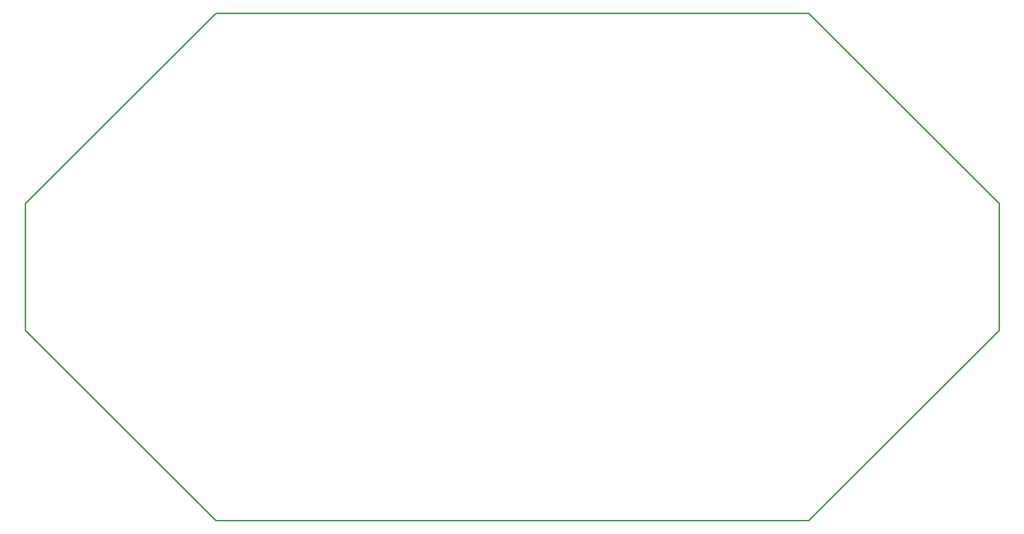
<source format=gbr>
%TF.GenerationSoftware,KiCad,Pcbnew,7.0.10*%
%TF.CreationDate,2024-01-30T15:10:23+02:00*%
%TF.ProjectId,main,6d61696e-2e6b-4696-9361-645f70636258,rev?*%
%TF.SameCoordinates,Original*%
%TF.FileFunction,Profile,NP*%
%FSLAX46Y46*%
G04 Gerber Fmt 4.6, Leading zero omitted, Abs format (unit mm)*
G04 Created by KiCad (PCBNEW 7.0.10) date 2024-01-30 15:10:23*
%MOMM*%
%LPD*%
G01*
G04 APERTURE LIST*
%TA.AperFunction,Profile*%
%ADD10C,0.200000*%
%TD*%
G04 APERTURE END LIST*
D10*
X154940000Y-68580000D02*
X154940000Y-83820000D01*
X132080000Y-106680000D01*
X60960000Y-106680000D01*
X38100000Y-83820000D01*
X38100000Y-68580000D01*
X60960000Y-45720000D01*
X132080000Y-45720000D01*
X154940000Y-68580000D01*
M02*

</source>
